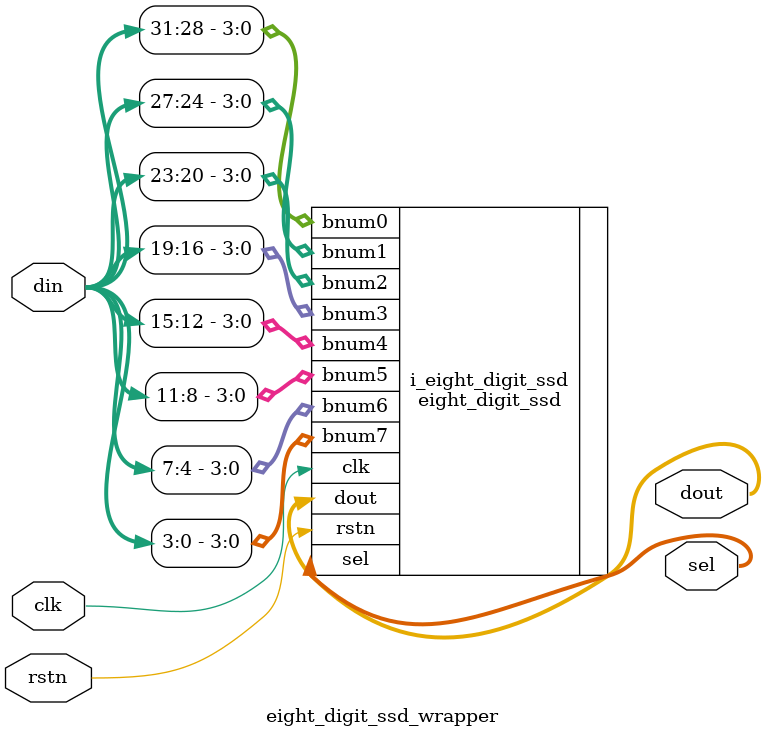
<source format=v>
`timescale 1ps/1ps

module eight_digit_ssd_wrapper (
    input wire clk,
    input wire rstn,
    input wire [31:0] din,
    output wire [6:0] dout,
    output wire [7:0] sel
);
    eight_digit_ssd i_eight_digit_ssd (
        .clk(clk),
        .rstn(rstn),
        .bnum0(din[31:28]),
        .bnum1(din[27:24]),
        .bnum2(din[23:20]),
        .bnum3(din[19:16]),
        .bnum4(din[15:12]),
        .bnum5(din[11:8]),
        .bnum6(din[7:4]),
        .bnum7(din[3:0]),
        .dout(dout),
        .sel(sel)
    );
endmodule
</source>
